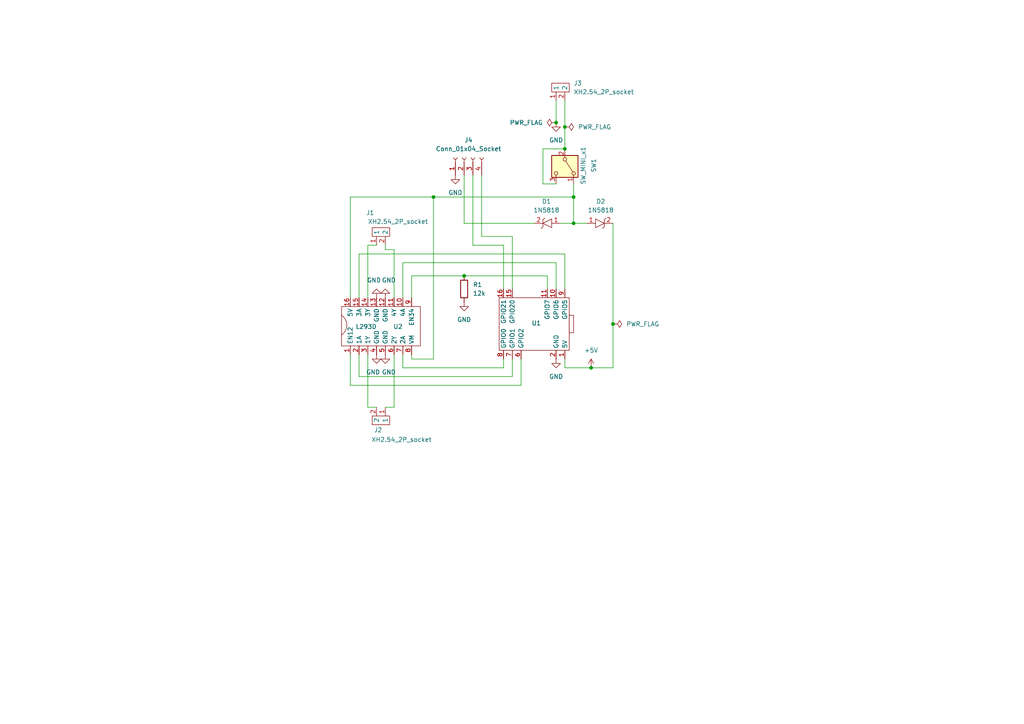
<source format=kicad_sch>
(kicad_sch
	(version 20250114)
	(generator "eeschema")
	(generator_version "9.0")
	(uuid "f5cd1743-68f7-427a-9bbd-0b3fc47f8671")
	(paper "A4")
	(lib_symbols
		(symbol "Connector:Conn_01x04_Socket"
			(pin_names
				(offset 1.016)
				(hide yes)
			)
			(exclude_from_sim no)
			(in_bom yes)
			(on_board yes)
			(property "Reference" "J"
				(at 0 5.08 0)
				(effects
					(font
						(size 1.27 1.27)
					)
				)
			)
			(property "Value" "Conn_01x04_Socket"
				(at 0 -7.62 0)
				(effects
					(font
						(size 1.27 1.27)
					)
				)
			)
			(property "Footprint" ""
				(at 0 0 0)
				(effects
					(font
						(size 1.27 1.27)
					)
					(hide yes)
				)
			)
			(property "Datasheet" "~"
				(at 0 0 0)
				(effects
					(font
						(size 1.27 1.27)
					)
					(hide yes)
				)
			)
			(property "Description" "Generic connector, single row, 01x04, script generated"
				(at 0 0 0)
				(effects
					(font
						(size 1.27 1.27)
					)
					(hide yes)
				)
			)
			(property "ki_locked" ""
				(at 0 0 0)
				(effects
					(font
						(size 1.27 1.27)
					)
				)
			)
			(property "ki_keywords" "connector"
				(at 0 0 0)
				(effects
					(font
						(size 1.27 1.27)
					)
					(hide yes)
				)
			)
			(property "ki_fp_filters" "Connector*:*_1x??_*"
				(at 0 0 0)
				(effects
					(font
						(size 1.27 1.27)
					)
					(hide yes)
				)
			)
			(symbol "Conn_01x04_Socket_1_1"
				(polyline
					(pts
						(xy -1.27 2.54) (xy -0.508 2.54)
					)
					(stroke
						(width 0.1524)
						(type default)
					)
					(fill
						(type none)
					)
				)
				(polyline
					(pts
						(xy -1.27 0) (xy -0.508 0)
					)
					(stroke
						(width 0.1524)
						(type default)
					)
					(fill
						(type none)
					)
				)
				(polyline
					(pts
						(xy -1.27 -2.54) (xy -0.508 -2.54)
					)
					(stroke
						(width 0.1524)
						(type default)
					)
					(fill
						(type none)
					)
				)
				(polyline
					(pts
						(xy -1.27 -5.08) (xy -0.508 -5.08)
					)
					(stroke
						(width 0.1524)
						(type default)
					)
					(fill
						(type none)
					)
				)
				(arc
					(start 0 2.032)
					(mid -0.5058 2.54)
					(end 0 3.048)
					(stroke
						(width 0.1524)
						(type default)
					)
					(fill
						(type none)
					)
				)
				(arc
					(start 0 -0.508)
					(mid -0.5058 0)
					(end 0 0.508)
					(stroke
						(width 0.1524)
						(type default)
					)
					(fill
						(type none)
					)
				)
				(arc
					(start 0 -3.048)
					(mid -0.5058 -2.54)
					(end 0 -2.032)
					(stroke
						(width 0.1524)
						(type default)
					)
					(fill
						(type none)
					)
				)
				(arc
					(start 0 -5.588)
					(mid -0.5058 -5.08)
					(end 0 -4.572)
					(stroke
						(width 0.1524)
						(type default)
					)
					(fill
						(type none)
					)
				)
				(pin passive line
					(at -5.08 2.54 0)
					(length 3.81)
					(name "Pin_1"
						(effects
							(font
								(size 1.27 1.27)
							)
						)
					)
					(number "1"
						(effects
							(font
								(size 1.27 1.27)
							)
						)
					)
				)
				(pin passive line
					(at -5.08 0 0)
					(length 3.81)
					(name "Pin_2"
						(effects
							(font
								(size 1.27 1.27)
							)
						)
					)
					(number "2"
						(effects
							(font
								(size 1.27 1.27)
							)
						)
					)
				)
				(pin passive line
					(at -5.08 -2.54 0)
					(length 3.81)
					(name "Pin_3"
						(effects
							(font
								(size 1.27 1.27)
							)
						)
					)
					(number "3"
						(effects
							(font
								(size 1.27 1.27)
							)
						)
					)
				)
				(pin passive line
					(at -5.08 -5.08 0)
					(length 3.81)
					(name "Pin_4"
						(effects
							(font
								(size 1.27 1.27)
							)
						)
					)
					(number "4"
						(effects
							(font
								(size 1.27 1.27)
							)
						)
					)
				)
			)
			(embedded_fonts no)
		)
		(symbol "Device:R"
			(pin_numbers
				(hide yes)
			)
			(pin_names
				(offset 0)
			)
			(exclude_from_sim no)
			(in_bom yes)
			(on_board yes)
			(property "Reference" "R"
				(at 2.032 0 90)
				(effects
					(font
						(size 1.27 1.27)
					)
				)
			)
			(property "Value" "R"
				(at 0 0 90)
				(effects
					(font
						(size 1.27 1.27)
					)
				)
			)
			(property "Footprint" ""
				(at -1.778 0 90)
				(effects
					(font
						(size 1.27 1.27)
					)
					(hide yes)
				)
			)
			(property "Datasheet" "~"
				(at 0 0 0)
				(effects
					(font
						(size 1.27 1.27)
					)
					(hide yes)
				)
			)
			(property "Description" "Resistor"
				(at 0 0 0)
				(effects
					(font
						(size 1.27 1.27)
					)
					(hide yes)
				)
			)
			(property "ki_keywords" "R res resistor"
				(at 0 0 0)
				(effects
					(font
						(size 1.27 1.27)
					)
					(hide yes)
				)
			)
			(property "ki_fp_filters" "R_*"
				(at 0 0 0)
				(effects
					(font
						(size 1.27 1.27)
					)
					(hide yes)
				)
			)
			(symbol "R_0_1"
				(rectangle
					(start -1.016 -2.54)
					(end 1.016 2.54)
					(stroke
						(width 0.254)
						(type default)
					)
					(fill
						(type none)
					)
				)
			)
			(symbol "R_1_1"
				(pin passive line
					(at 0 3.81 270)
					(length 1.27)
					(name "~"
						(effects
							(font
								(size 1.27 1.27)
							)
						)
					)
					(number "1"
						(effects
							(font
								(size 1.27 1.27)
							)
						)
					)
				)
				(pin passive line
					(at 0 -3.81 90)
					(length 1.27)
					(name "~"
						(effects
							(font
								(size 1.27 1.27)
							)
						)
					)
					(number "2"
						(effects
							(font
								(size 1.27 1.27)
							)
						)
					)
				)
			)
			(embedded_fonts no)
		)
		(symbol "Gilles_Library:1N5818"
			(exclude_from_sim no)
			(in_bom yes)
			(on_board yes)
			(property "Reference" "D"
				(at 2.286 1.016 0)
				(effects
					(font
						(size 1.27 1.27)
					)
				)
			)
			(property "Value" "1N5818"
				(at 4.064 3.81 0)
				(effects
					(font
						(size 1.27 1.27)
					)
				)
			)
			(property "Footprint" "Gilles_Library:1N5818"
				(at 3.302 -10.16 0)
				(effects
					(font
						(size 1.27 1.27)
					)
					(hide yes)
				)
			)
			(property "Datasheet" ""
				(at 0 0 0)
				(effects
					(font
						(size 1.27 1.27)
					)
					(hide yes)
				)
			)
			(property "Description" ""
				(at 0 0 0)
				(effects
					(font
						(size 1.27 1.27)
					)
					(hide yes)
				)
			)
			(property "ki_keywords" "diode schottky"
				(at 0 0 0)
				(effects
					(font
						(size 1.27 1.27)
					)
					(hide yes)
				)
			)
			(symbol "1N5818_0_1"
				(polyline
					(pts
						(xy -1.524 3.048) (xy -1.016 2.54) (xy 1.016 2.54) (xy 1.524 2.032)
					)
					(stroke
						(width 0)
						(type default)
					)
					(fill
						(type none)
					)
				)
				(polyline
					(pts
						(xy 0 2.54) (xy -1.27 0) (xy 1.27 0) (xy 0 2.54)
					)
					(stroke
						(width 0)
						(type default)
					)
					(fill
						(type none)
					)
				)
			)
			(symbol "1N5818_1_1"
				(pin passive line
					(at 0 5.08 270)
					(length 2.54)
					(name ""
						(effects
							(font
								(size 1.27 1.27)
							)
						)
					)
					(number "2"
						(effects
							(font
								(size 1.27 1.27)
							)
						)
					)
				)
				(pin passive line
					(at 0 -2.54 90)
					(length 2.54)
					(name ""
						(effects
							(font
								(size 1.27 1.27)
							)
						)
					)
					(number "1"
						(effects
							(font
								(size 1.27 1.27)
							)
						)
					)
				)
			)
			(embedded_fonts no)
		)
		(symbol "Gilles_Library:L293D"
			(exclude_from_sim no)
			(in_bom yes)
			(on_board yes)
			(property "Reference" "U"
				(at -5.334 15.494 0)
				(effects
					(font
						(size 1.27 1.27)
					)
				)
			)
			(property "Value" "L293D"
				(at -0.508 2.032 90)
				(effects
					(font
						(size 1.27 1.27)
					)
				)
			)
			(property "Footprint" "Gilles_Library:L293D"
				(at -1.27 -10.414 0)
				(effects
					(font
						(size 1.27 1.27)
					)
					(hide yes)
				)
			)
			(property "Datasheet" ""
				(at 0 0 0)
				(effects
					(font
						(size 1.27 1.27)
					)
					(hide yes)
				)
			)
			(property "Description" ""
				(at 0 0 0)
				(effects
					(font
						(size 1.27 1.27)
					)
					(hide yes)
				)
			)
			(symbol "L293D_0_1"
				(rectangle
					(start -6.35 13.97)
					(end 5.08 -8.89)
					(stroke
						(width 0)
						(type default)
					)
					(fill
						(type none)
					)
				)
				(arc
					(start 2.54 13.97)
					(mid -0.3175 12.449)
					(end -3.175 13.97)
					(stroke
						(width 0)
						(type default)
					)
					(fill
						(type none)
					)
				)
			)
			(symbol "L293D_1_1"
				(pin input line
					(at -8.89 11.43 0)
					(length 2.54)
					(name "EN12"
						(effects
							(font
								(size 1.27 1.27)
							)
						)
					)
					(number "1"
						(effects
							(font
								(size 1.27 1.27)
							)
						)
					)
				)
				(pin input line
					(at -8.89 8.89 0)
					(length 2.54)
					(name "1A"
						(effects
							(font
								(size 1.27 1.27)
							)
						)
					)
					(number "2"
						(effects
							(font
								(size 1.27 1.27)
							)
						)
					)
				)
				(pin output line
					(at -8.89 6.35 0)
					(length 2.54)
					(name "1Y"
						(effects
							(font
								(size 1.27 1.27)
							)
						)
					)
					(number "3"
						(effects
							(font
								(size 1.27 1.27)
							)
						)
					)
				)
				(pin power_in line
					(at -8.89 3.81 0)
					(length 2.54)
					(name "GND"
						(effects
							(font
								(size 1.27 1.27)
							)
						)
					)
					(number "4"
						(effects
							(font
								(size 1.27 1.27)
							)
						)
					)
				)
				(pin power_in line
					(at -8.89 1.27 0)
					(length 2.54)
					(name "GND"
						(effects
							(font
								(size 1.27 1.27)
							)
						)
					)
					(number "5"
						(effects
							(font
								(size 1.27 1.27)
							)
						)
					)
				)
				(pin output line
					(at -8.89 -1.27 0)
					(length 2.54)
					(name "2Y"
						(effects
							(font
								(size 1.27 1.27)
							)
						)
					)
					(number "6"
						(effects
							(font
								(size 1.27 1.27)
							)
						)
					)
				)
				(pin input line
					(at -8.89 -3.81 0)
					(length 2.54)
					(name "2A"
						(effects
							(font
								(size 1.27 1.27)
							)
						)
					)
					(number "7"
						(effects
							(font
								(size 1.27 1.27)
							)
						)
					)
				)
				(pin power_out line
					(at -8.89 -6.35 0)
					(length 2.54)
					(name "VM"
						(effects
							(font
								(size 1.27 1.27)
							)
						)
					)
					(number "8"
						(effects
							(font
								(size 1.27 1.27)
							)
						)
					)
				)
				(pin power_in line
					(at 7.62 11.43 180)
					(length 2.54)
					(name "5V"
						(effects
							(font
								(size 1.27 1.27)
							)
						)
					)
					(number "16"
						(effects
							(font
								(size 1.27 1.27)
							)
						)
					)
				)
				(pin input line
					(at 7.62 8.89 180)
					(length 2.54)
					(name "3A"
						(effects
							(font
								(size 1.27 1.27)
							)
						)
					)
					(number "15"
						(effects
							(font
								(size 1.27 1.27)
							)
						)
					)
				)
				(pin output line
					(at 7.62 6.35 180)
					(length 2.54)
					(name "3Y"
						(effects
							(font
								(size 1.27 1.27)
							)
						)
					)
					(number "14"
						(effects
							(font
								(size 1.27 1.27)
							)
						)
					)
				)
				(pin power_in line
					(at 7.62 3.81 180)
					(length 2.54)
					(name "GND"
						(effects
							(font
								(size 1.27 1.27)
							)
						)
					)
					(number "13"
						(effects
							(font
								(size 1.27 1.27)
							)
						)
					)
				)
				(pin power_in line
					(at 7.62 1.27 180)
					(length 2.54)
					(name "GND"
						(effects
							(font
								(size 1.27 1.27)
							)
						)
					)
					(number "12"
						(effects
							(font
								(size 1.27 1.27)
							)
						)
					)
				)
				(pin output line
					(at 7.62 -1.27 180)
					(length 2.54)
					(name "4Y"
						(effects
							(font
								(size 1.27 1.27)
							)
						)
					)
					(number "11"
						(effects
							(font
								(size 1.27 1.27)
							)
						)
					)
				)
				(pin input line
					(at 7.62 -3.81 180)
					(length 2.54)
					(name "4A"
						(effects
							(font
								(size 1.27 1.27)
							)
						)
					)
					(number "10"
						(effects
							(font
								(size 1.27 1.27)
							)
						)
					)
				)
				(pin input line
					(at 7.62 -6.35 180)
					(length 2.54)
					(name "EN34"
						(effects
							(font
								(size 1.27 1.27)
							)
						)
					)
					(number "9"
						(effects
							(font
								(size 1.27 1.27)
							)
						)
					)
				)
			)
			(embedded_fonts no)
		)
		(symbol "Gilles_Library:SW_MINI_X1"
			(pin_names
				(offset 0)
				(hide yes)
			)
			(exclude_from_sim no)
			(in_bom yes)
			(on_board yes)
			(property "Reference" "SW"
				(at -2.54 7.874 0)
				(effects
					(font
						(size 1.27 1.27)
					)
				)
			)
			(property "Value" "SW_MINI_x1"
				(at 1.524 5.588 0)
				(effects
					(font
						(size 1.27 1.27)
					)
				)
			)
			(property "Footprint" "Gilles_Library:SW_MINI_X1"
				(at 1.27 -5.842 0)
				(effects
					(font
						(size 1.27 1.27)
					)
					(hide yes)
				)
			)
			(property "Datasheet" "~"
				(at 0 0 0)
				(effects
					(font
						(size 1.27 1.27)
					)
					(hide yes)
				)
			)
			(property "Description" ""
				(at 0 0 0)
				(effects
					(font
						(size 1.27 1.27)
					)
					(hide yes)
				)
			)
			(property "ki_keywords" "switch mini x1"
				(at 0 0 0)
				(effects
					(font
						(size 1.27 1.27)
					)
					(hide yes)
				)
			)
			(property "ki_fp_filters" "SW*DPDT*"
				(at 0 0 0)
				(effects
					(font
						(size 1.27 1.27)
					)
					(hide yes)
				)
			)
			(symbol "SW_MINI_X1_0_0"
				(circle
					(center -2.032 0)
					(radius 0.508)
					(stroke
						(width 0)
						(type default)
					)
					(fill
						(type none)
					)
				)
				(circle
					(center 2.032 -2.54)
					(radius 0.508)
					(stroke
						(width 0)
						(type default)
					)
					(fill
						(type none)
					)
				)
			)
			(symbol "SW_MINI_X1_0_1"
				(rectangle
					(start -3.175 3.81)
					(end 3.175 -3.81)
					(stroke
						(width 0.254)
						(type default)
					)
					(fill
						(type background)
					)
				)
				(polyline
					(pts
						(xy -1.524 0.254) (xy 1.5748 2.286)
					)
					(stroke
						(width 0)
						(type default)
					)
					(fill
						(type none)
					)
				)
				(circle
					(center 2.032 2.54)
					(radius 0.508)
					(stroke
						(width 0)
						(type default)
					)
					(fill
						(type none)
					)
				)
			)
			(symbol "SW_MINI_X1_1_1"
				(pin passive line
					(at -5.08 0 0)
					(length 2.54)
					(name "B"
						(effects
							(font
								(size 1.27 1.27)
							)
						)
					)
					(number "2"
						(effects
							(font
								(size 1.27 1.27)
							)
						)
					)
				)
				(pin passive line
					(at 5.08 2.54 180)
					(length 2.54)
					(name "A"
						(effects
							(font
								(size 1.27 1.27)
							)
						)
					)
					(number "1"
						(effects
							(font
								(size 1.27 1.27)
							)
						)
					)
				)
				(pin passive line
					(at 5.08 -2.54 180)
					(length 2.54)
					(name "C"
						(effects
							(font
								(size 1.27 1.27)
							)
						)
					)
					(number "3"
						(effects
							(font
								(size 1.27 1.27)
							)
						)
					)
				)
			)
			(embedded_fonts no)
		)
		(symbol "Gilles_Library:XH2.54_2P_socket"
			(exclude_from_sim no)
			(in_bom yes)
			(on_board yes)
			(property "Reference" "J"
				(at 0 0 0)
				(effects
					(font
						(size 1.27 1.27)
					)
				)
			)
			(property "Value" "XH2.54_2P_socket"
				(at 0 4.064 0)
				(effects
					(font
						(size 1.27 1.27)
					)
				)
			)
			(property "Footprint" "Gilles_Library:XH2.54_2P_socket"
				(at 0.254 -4.064 0)
				(effects
					(font
						(size 1.27 1.27)
					)
					(hide yes)
				)
			)
			(property "Datasheet" ""
				(at 0 0 0)
				(effects
					(font
						(size 1.27 1.27)
					)
					(hide yes)
				)
			)
			(property "Description" ""
				(at 0 0 0)
				(effects
					(font
						(size 1.27 1.27)
					)
					(hide yes)
				)
			)
			(symbol "XH2.54_2P_socket_0_1"
				(rectangle
					(start -2.54 2.54)
					(end 0 -2.54)
					(stroke
						(width 0)
						(type default)
					)
					(fill
						(type none)
					)
				)
			)
			(symbol "XH2.54_2P_socket_1_1"
				(pin passive line
					(at 2.54 1.27 180)
					(length 2.54)
					(name "2"
						(effects
							(font
								(size 1.27 1.27)
							)
						)
					)
					(number "2"
						(effects
							(font
								(size 1.27 1.27)
							)
						)
					)
				)
				(pin passive line
					(at 2.54 -1.27 180)
					(length 2.54)
					(name "1"
						(effects
							(font
								(size 1.27 1.27)
							)
						)
					)
					(number "1"
						(effects
							(font
								(size 1.27 1.27)
							)
						)
					)
				)
			)
			(embedded_fonts no)
		)
		(symbol "power:+5V"
			(power)
			(pin_numbers
				(hide yes)
			)
			(pin_names
				(offset 0)
				(hide yes)
			)
			(exclude_from_sim no)
			(in_bom yes)
			(on_board yes)
			(property "Reference" "#PWR"
				(at 0 -3.81 0)
				(effects
					(font
						(size 1.27 1.27)
					)
					(hide yes)
				)
			)
			(property "Value" "+5V"
				(at 0 3.556 0)
				(effects
					(font
						(size 1.27 1.27)
					)
				)
			)
			(property "Footprint" ""
				(at 0 0 0)
				(effects
					(font
						(size 1.27 1.27)
					)
					(hide yes)
				)
			)
			(property "Datasheet" ""
				(at 0 0 0)
				(effects
					(font
						(size 1.27 1.27)
					)
					(hide yes)
				)
			)
			(property "Description" "Power symbol creates a global label with name \"+5V\""
				(at 0 0 0)
				(effects
					(font
						(size 1.27 1.27)
					)
					(hide yes)
				)
			)
			(property "ki_keywords" "global power"
				(at 0 0 0)
				(effects
					(font
						(size 1.27 1.27)
					)
					(hide yes)
				)
			)
			(symbol "+5V_0_1"
				(polyline
					(pts
						(xy -0.762 1.27) (xy 0 2.54)
					)
					(stroke
						(width 0)
						(type default)
					)
					(fill
						(type none)
					)
				)
				(polyline
					(pts
						(xy 0 2.54) (xy 0.762 1.27)
					)
					(stroke
						(width 0)
						(type default)
					)
					(fill
						(type none)
					)
				)
				(polyline
					(pts
						(xy 0 0) (xy 0 2.54)
					)
					(stroke
						(width 0)
						(type default)
					)
					(fill
						(type none)
					)
				)
			)
			(symbol "+5V_1_1"
				(pin power_in line
					(at 0 0 90)
					(length 0)
					(name "~"
						(effects
							(font
								(size 1.27 1.27)
							)
						)
					)
					(number "1"
						(effects
							(font
								(size 1.27 1.27)
							)
						)
					)
				)
			)
			(embedded_fonts no)
		)
		(symbol "power:GND"
			(power)
			(pin_numbers
				(hide yes)
			)
			(pin_names
				(offset 0)
				(hide yes)
			)
			(exclude_from_sim no)
			(in_bom yes)
			(on_board yes)
			(property "Reference" "#PWR"
				(at 0 -6.35 0)
				(effects
					(font
						(size 1.27 1.27)
					)
					(hide yes)
				)
			)
			(property "Value" "GND"
				(at 0 -3.81 0)
				(effects
					(font
						(size 1.27 1.27)
					)
				)
			)
			(property "Footprint" ""
				(at 0 0 0)
				(effects
					(font
						(size 1.27 1.27)
					)
					(hide yes)
				)
			)
			(property "Datasheet" ""
				(at 0 0 0)
				(effects
					(font
						(size 1.27 1.27)
					)
					(hide yes)
				)
			)
			(property "Description" "Power symbol creates a global label with name \"GND\" , ground"
				(at 0 0 0)
				(effects
					(font
						(size 1.27 1.27)
					)
					(hide yes)
				)
			)
			(property "ki_keywords" "global power"
				(at 0 0 0)
				(effects
					(font
						(size 1.27 1.27)
					)
					(hide yes)
				)
			)
			(symbol "GND_0_1"
				(polyline
					(pts
						(xy 0 0) (xy 0 -1.27) (xy 1.27 -1.27) (xy 0 -2.54) (xy -1.27 -1.27) (xy 0 -1.27)
					)
					(stroke
						(width 0)
						(type default)
					)
					(fill
						(type none)
					)
				)
			)
			(symbol "GND_1_1"
				(pin power_in line
					(at 0 0 270)
					(length 0)
					(name "~"
						(effects
							(font
								(size 1.27 1.27)
							)
						)
					)
					(number "1"
						(effects
							(font
								(size 1.27 1.27)
							)
						)
					)
				)
			)
			(embedded_fonts no)
		)
		(symbol "power:PWR_FLAG"
			(power)
			(pin_numbers
				(hide yes)
			)
			(pin_names
				(offset 0)
				(hide yes)
			)
			(exclude_from_sim no)
			(in_bom yes)
			(on_board yes)
			(property "Reference" "#FLG"
				(at 0 1.905 0)
				(effects
					(font
						(size 1.27 1.27)
					)
					(hide yes)
				)
			)
			(property "Value" "PWR_FLAG"
				(at 0 3.81 0)
				(effects
					(font
						(size 1.27 1.27)
					)
				)
			)
			(property "Footprint" ""
				(at 0 0 0)
				(effects
					(font
						(size 1.27 1.27)
					)
					(hide yes)
				)
			)
			(property "Datasheet" "~"
				(at 0 0 0)
				(effects
					(font
						(size 1.27 1.27)
					)
					(hide yes)
				)
			)
			(property "Description" "Special symbol for telling ERC where power comes from"
				(at 0 0 0)
				(effects
					(font
						(size 1.27 1.27)
					)
					(hide yes)
				)
			)
			(property "ki_keywords" "flag power"
				(at 0 0 0)
				(effects
					(font
						(size 1.27 1.27)
					)
					(hide yes)
				)
			)
			(symbol "PWR_FLAG_0_0"
				(pin power_out line
					(at 0 0 90)
					(length 0)
					(name "~"
						(effects
							(font
								(size 1.27 1.27)
							)
						)
					)
					(number "1"
						(effects
							(font
								(size 1.27 1.27)
							)
						)
					)
				)
			)
			(symbol "PWR_FLAG_0_1"
				(polyline
					(pts
						(xy 0 0) (xy 0 1.27) (xy -1.016 1.905) (xy 0 2.54) (xy 1.016 1.905) (xy 0 1.27)
					)
					(stroke
						(width 0)
						(type default)
					)
					(fill
						(type none)
					)
				)
			)
			(embedded_fonts no)
		)
		(symbol "robot_Library:ESP32-C3_MINI"
			(exclude_from_sim no)
			(in_bom yes)
			(on_board yes)
			(property "Reference" "U"
				(at -7.874 15.24 0)
				(effects
					(font
						(size 1.27 1.27)
					)
				)
			)
			(property "Value" "ESP32-C3_SUPERMINI"
				(at 2.032 12.7 0)
				(effects
					(font
						(size 1.27 1.27)
					)
				)
			)
			(property "Footprint" "robot:ESP32-C3_SUPERMINI"
				(at 3.302 -12.446 0)
				(effects
					(font
						(size 1.27 1.27)
					)
					(hide yes)
				)
			)
			(property "Datasheet" ""
				(at -5.842 12.954 0)
				(effects
					(font
						(size 1.27 1.27)
					)
					(hide yes)
				)
			)
			(property "Description" ""
				(at -5.842 12.954 0)
				(effects
					(font
						(size 1.27 1.27)
					)
					(hide yes)
				)
			)
			(symbol "ESP32-C3_MINI_0_1"
				(rectangle
					(start -7.62 10.16)
					(end 7.62 -10.16)
					(stroke
						(width 0)
						(type default)
					)
					(fill
						(type none)
					)
				)
				(rectangle
					(start -2.54 10.16)
					(end 2.54 11.43)
					(stroke
						(width 0)
						(type default)
					)
					(fill
						(type none)
					)
				)
			)
			(symbol "ESP32-C3_MINI_1_1"
				(pin bidirectional line
					(at -10.16 8.89 0)
					(length 2.54)
					(name "GPIO5"
						(effects
							(font
								(size 1.27 1.27)
							)
						)
					)
					(number "9"
						(effects
							(font
								(size 1.27 1.27)
							)
						)
					)
				)
				(pin bidirectional line
					(at -10.16 6.35 0)
					(length 2.54)
					(name "GPIO6"
						(effects
							(font
								(size 1.27 1.27)
							)
						)
					)
					(number "10"
						(effects
							(font
								(size 1.27 1.27)
							)
						)
					)
				)
				(pin bidirectional line
					(at -10.16 3.81 0)
					(length 2.54)
					(name "GPIO7"
						(effects
							(font
								(size 1.27 1.27)
							)
						)
					)
					(number "11"
						(effects
							(font
								(size 1.27 1.27)
							)
						)
					)
				)
				(pin bidirectional line
					(at -10.16 -6.35 0)
					(length 2.54)
					(name "GPIO20"
						(effects
							(font
								(size 1.27 1.27)
							)
						)
					)
					(number "15"
						(effects
							(font
								(size 1.27 1.27)
							)
						)
					)
				)
				(pin bidirectional line
					(at -10.16 -8.89 0)
					(length 2.54)
					(name "GPIO21"
						(effects
							(font
								(size 1.27 1.27)
							)
						)
					)
					(number "16"
						(effects
							(font
								(size 1.27 1.27)
							)
						)
					)
				)
				(pin power_in line
					(at 10.16 8.89 180)
					(length 2.54)
					(name "5V"
						(effects
							(font
								(size 1.27 1.27)
							)
						)
					)
					(number "1"
						(effects
							(font
								(size 1.27 1.27)
							)
						)
					)
				)
				(pin power_in line
					(at 10.16 6.35 180)
					(length 2.54)
					(name "GND"
						(effects
							(font
								(size 1.27 1.27)
							)
						)
					)
					(number "2"
						(effects
							(font
								(size 1.27 1.27)
							)
						)
					)
				)
				(pin bidirectional line
					(at 10.16 -3.81 180)
					(length 2.54)
					(name "GPIO2"
						(effects
							(font
								(size 1.27 1.27)
							)
						)
					)
					(number "6"
						(effects
							(font
								(size 1.27 1.27)
							)
						)
					)
				)
				(pin bidirectional line
					(at 10.16 -6.35 180)
					(length 2.54)
					(name "GPIO1"
						(effects
							(font
								(size 1.27 1.27)
							)
						)
					)
					(number "7"
						(effects
							(font
								(size 1.27 1.27)
							)
						)
					)
				)
				(pin bidirectional line
					(at 10.16 -8.89 180)
					(length 2.54)
					(name "GPIO0"
						(effects
							(font
								(size 1.27 1.27)
							)
						)
					)
					(number "8"
						(effects
							(font
								(size 1.27 1.27)
							)
						)
					)
				)
			)
			(embedded_fonts no)
		)
	)
	(junction
		(at 166.37 57.15)
		(diameter 0)
		(color 0 0 0 0)
		(uuid "5b4aa3ad-285f-425b-9fc7-bfdde1326dd5")
	)
	(junction
		(at 171.45 106.68)
		(diameter 0)
		(color 0 0 0 0)
		(uuid "8906b337-d679-4dc3-993b-a5b3bf6654b7")
	)
	(junction
		(at 125.73 57.15)
		(diameter 0)
		(color 0 0 0 0)
		(uuid "961d1edb-091a-40f7-a8d9-6afdb17c2905")
	)
	(junction
		(at 134.62 80.01)
		(diameter 0)
		(color 0 0 0 0)
		(uuid "a2f08bbf-8708-4284-9882-1523af1d4a1e")
	)
	(junction
		(at 161.29 35.56)
		(diameter 0)
		(color 0 0 0 0)
		(uuid "a30d409d-6014-454b-9149-d4dc8c285547")
	)
	(junction
		(at 163.83 43.18)
		(diameter 0)
		(color 0 0 0 0)
		(uuid "b11cfbba-cb6d-4fcc-a33e-23061ea244eb")
	)
	(junction
		(at 163.83 36.83)
		(diameter 0)
		(color 0 0 0 0)
		(uuid "bf5f5e49-2f46-43ff-a427-070b73519315")
	)
	(junction
		(at 166.37 64.77)
		(diameter 0)
		(color 0 0 0 0)
		(uuid "cc3c6890-1a4a-4384-9b8f-680c29f5ad46")
	)
	(junction
		(at 177.8 93.98)
		(diameter 0)
		(color 0 0 0 0)
		(uuid "cc66f275-56e2-4a5d-ba8c-0b18323c8a3c")
	)
	(wire
		(pts
			(xy 114.3 102.87) (xy 114.3 118.11)
		)
		(stroke
			(width 0)
			(type default)
		)
		(uuid "0fae96e8-fd36-4085-a5ae-56e89d420024")
	)
	(wire
		(pts
			(xy 163.83 83.82) (xy 163.83 73.66)
		)
		(stroke
			(width 0)
			(type default)
		)
		(uuid "113da3b3-19ef-44b5-9e3d-b7c619bd1908")
	)
	(wire
		(pts
			(xy 177.8 64.77) (xy 177.8 93.98)
		)
		(stroke
			(width 0)
			(type default)
		)
		(uuid "1a82976c-466c-4238-ad88-df84877c18a6")
	)
	(wire
		(pts
			(xy 177.8 93.98) (xy 177.8 106.68)
		)
		(stroke
			(width 0)
			(type default)
		)
		(uuid "1efba84e-7b40-4861-aa1e-58cc94969734")
	)
	(wire
		(pts
			(xy 119.38 104.14) (xy 119.38 102.87)
		)
		(stroke
			(width 0)
			(type default)
		)
		(uuid "26502e40-09a3-4437-84d8-288a52cce5fb")
	)
	(wire
		(pts
			(xy 125.73 104.14) (xy 119.38 104.14)
		)
		(stroke
			(width 0)
			(type default)
		)
		(uuid "2bf3624d-222a-4d0b-b615-933f24f878b8")
	)
	(wire
		(pts
			(xy 137.16 71.12) (xy 146.05 71.12)
		)
		(stroke
			(width 0)
			(type default)
		)
		(uuid "2f2c3085-3082-46e7-bbbb-5f679be94136")
	)
	(wire
		(pts
			(xy 171.45 106.68) (xy 163.83 106.68)
		)
		(stroke
			(width 0)
			(type default)
		)
		(uuid "3148f6b3-f759-4b6c-a9ac-84bce0400808")
	)
	(wire
		(pts
			(xy 111.76 72.39) (xy 114.3 72.39)
		)
		(stroke
			(width 0)
			(type default)
		)
		(uuid "32e4a0d1-c1e3-4875-ae9e-1cf4fb55e84c")
	)
	(wire
		(pts
			(xy 111.76 72.39) (xy 111.76 71.12)
		)
		(stroke
			(width 0)
			(type default)
		)
		(uuid "336b66c0-b205-4b1d-8128-5ca9c0f08225")
	)
	(wire
		(pts
			(xy 166.37 53.34) (xy 166.37 57.15)
		)
		(stroke
			(width 0)
			(type default)
		)
		(uuid "3777c1ce-27e8-4868-a901-36cdf2b4c14e")
	)
	(wire
		(pts
			(xy 119.38 80.01) (xy 134.62 80.01)
		)
		(stroke
			(width 0)
			(type default)
		)
		(uuid "393163c5-cf70-4e36-9a80-32c3bd562c72")
	)
	(wire
		(pts
			(xy 109.22 118.11) (xy 106.68 118.11)
		)
		(stroke
			(width 0)
			(type default)
		)
		(uuid "39563ad6-db75-40a1-bcc0-b808af4c4f4c")
	)
	(wire
		(pts
			(xy 166.37 57.15) (xy 125.73 57.15)
		)
		(stroke
			(width 0)
			(type default)
		)
		(uuid "3a56b0e1-10be-47fc-b1bf-7a928e86a5af")
	)
	(wire
		(pts
			(xy 104.14 73.66) (xy 104.14 86.36)
		)
		(stroke
			(width 0)
			(type default)
		)
		(uuid "3c3ed908-4217-4588-9cdb-37d5839b1d44")
	)
	(wire
		(pts
			(xy 116.84 76.2) (xy 116.84 86.36)
		)
		(stroke
			(width 0)
			(type default)
		)
		(uuid "3f23013c-8a3c-409c-9a7a-32d5e7ed22c7")
	)
	(wire
		(pts
			(xy 166.37 64.77) (xy 170.18 64.77)
		)
		(stroke
			(width 0)
			(type default)
		)
		(uuid "43c1462e-fdce-4708-8391-4f2746fe641e")
	)
	(wire
		(pts
			(xy 161.29 83.82) (xy 161.29 76.2)
		)
		(stroke
			(width 0)
			(type default)
		)
		(uuid "48e1274d-fbc8-468e-9177-e0c95110787d")
	)
	(wire
		(pts
			(xy 157.48 43.18) (xy 163.83 43.18)
		)
		(stroke
			(width 0)
			(type default)
		)
		(uuid "4943578d-f6b3-48df-91f9-6dd419f1a95f")
	)
	(wire
		(pts
			(xy 116.84 76.2) (xy 161.29 76.2)
		)
		(stroke
			(width 0)
			(type default)
		)
		(uuid "4dd0ac8a-7fb2-4210-9a14-6566b872840a")
	)
	(wire
		(pts
			(xy 114.3 72.39) (xy 114.3 86.36)
		)
		(stroke
			(width 0)
			(type default)
		)
		(uuid "4e938654-c7bf-4e71-996a-a71d5b129106")
	)
	(wire
		(pts
			(xy 125.73 57.15) (xy 125.73 104.14)
		)
		(stroke
			(width 0)
			(type default)
		)
		(uuid "5a53b818-0db2-4957-a707-0a01ffdec969")
	)
	(wire
		(pts
			(xy 116.84 102.87) (xy 116.84 106.68)
		)
		(stroke
			(width 0)
			(type default)
		)
		(uuid "5bbd90bf-4c40-405f-a21f-e1ef5b1d8481")
	)
	(wire
		(pts
			(xy 161.29 53.34) (xy 157.48 53.34)
		)
		(stroke
			(width 0)
			(type default)
		)
		(uuid "61e4eb2c-028c-40b1-b76a-bc20ad3705e7")
	)
	(wire
		(pts
			(xy 134.62 64.77) (xy 154.94 64.77)
		)
		(stroke
			(width 0)
			(type default)
		)
		(uuid "62790220-a7b2-4d9b-940d-d9171830af57")
	)
	(wire
		(pts
			(xy 104.14 102.87) (xy 104.14 109.22)
		)
		(stroke
			(width 0)
			(type default)
		)
		(uuid "696755f7-d17a-42e0-8fd0-f199cbb350d2")
	)
	(wire
		(pts
			(xy 158.75 83.82) (xy 158.75 80.01)
		)
		(stroke
			(width 0)
			(type default)
		)
		(uuid "6e7005e9-ff4c-4ca7-9ebc-08ea50a1fe19")
	)
	(wire
		(pts
			(xy 139.7 68.58) (xy 148.59 68.58)
		)
		(stroke
			(width 0)
			(type default)
		)
		(uuid "789818f6-ca21-4d64-b046-e98ebd859619")
	)
	(wire
		(pts
			(xy 148.59 68.58) (xy 148.59 83.82)
		)
		(stroke
			(width 0)
			(type default)
		)
		(uuid "7bd65e93-5ab0-4902-85f5-346df32cb5a1")
	)
	(wire
		(pts
			(xy 109.22 71.12) (xy 106.68 71.12)
		)
		(stroke
			(width 0)
			(type default)
		)
		(uuid "8527de84-bd55-4239-b751-1f09d853e20f")
	)
	(wire
		(pts
			(xy 146.05 71.12) (xy 146.05 83.82)
		)
		(stroke
			(width 0)
			(type default)
		)
		(uuid "86adfc8a-8f8c-4c28-ab35-895e41dea3f4")
	)
	(wire
		(pts
			(xy 106.68 102.87) (xy 106.68 118.11)
		)
		(stroke
			(width 0)
			(type default)
		)
		(uuid "8aa90a02-1156-4593-a54d-2215f6c4ffb1")
	)
	(wire
		(pts
			(xy 111.76 118.11) (xy 114.3 118.11)
		)
		(stroke
			(width 0)
			(type default)
		)
		(uuid "8ac7ac25-41da-4033-bcdd-7a6f7b474c27")
	)
	(wire
		(pts
			(xy 161.29 29.21) (xy 161.29 35.56)
		)
		(stroke
			(width 0)
			(type default)
		)
		(uuid "8fa3be77-cbc7-4996-803d-deff5f4052a6")
	)
	(wire
		(pts
			(xy 125.73 57.15) (xy 101.6 57.15)
		)
		(stroke
			(width 0)
			(type default)
		)
		(uuid "95dacb7e-d296-4cab-aedd-a269cbbbabed")
	)
	(wire
		(pts
			(xy 163.83 29.21) (xy 163.83 36.83)
		)
		(stroke
			(width 0)
			(type default)
		)
		(uuid "9ccaac47-0ad5-424c-b01a-0773f3d214ac")
	)
	(wire
		(pts
			(xy 146.05 104.14) (xy 146.05 106.68)
		)
		(stroke
			(width 0)
			(type default)
		)
		(uuid "a0b9d9ad-62b8-46c8-9086-d3a85601aa09")
	)
	(wire
		(pts
			(xy 134.62 50.8) (xy 134.62 64.77)
		)
		(stroke
			(width 0)
			(type default)
		)
		(uuid "a735f3dd-7542-4290-8000-3f61c1f22da5")
	)
	(wire
		(pts
			(xy 106.68 71.12) (xy 106.68 86.36)
		)
		(stroke
			(width 0)
			(type default)
		)
		(uuid "c92c2a40-1ca8-473f-9d57-856b6d50e630")
	)
	(wire
		(pts
			(xy 119.38 80.01) (xy 119.38 86.36)
		)
		(stroke
			(width 0)
			(type default)
		)
		(uuid "c9af5287-f246-4125-9244-607bde91d112")
	)
	(wire
		(pts
			(xy 137.16 50.8) (xy 137.16 71.12)
		)
		(stroke
			(width 0)
			(type default)
		)
		(uuid "cba7e59f-d3be-40cf-8c32-5e299271ba1c")
	)
	(wire
		(pts
			(xy 166.37 57.15) (xy 166.37 64.77)
		)
		(stroke
			(width 0)
			(type default)
		)
		(uuid "cea80197-f866-4929-b884-5f39566bc65d")
	)
	(wire
		(pts
			(xy 148.59 109.22) (xy 104.14 109.22)
		)
		(stroke
			(width 0)
			(type default)
		)
		(uuid "d0ecdf22-53f2-4ba5-a312-21337d68a7f8")
	)
	(wire
		(pts
			(xy 151.13 111.76) (xy 101.6 111.76)
		)
		(stroke
			(width 0)
			(type default)
		)
		(uuid "d3b77692-471e-473a-82da-531f916a92b9")
	)
	(wire
		(pts
			(xy 134.62 80.01) (xy 158.75 80.01)
		)
		(stroke
			(width 0)
			(type default)
		)
		(uuid "d580cacb-eca0-463f-9c92-a9ef75bfe4f6")
	)
	(wire
		(pts
			(xy 101.6 57.15) (xy 101.6 86.36)
		)
		(stroke
			(width 0)
			(type default)
		)
		(uuid "d61dc9b9-e99a-488b-8003-138bdc065b53")
	)
	(wire
		(pts
			(xy 148.59 104.14) (xy 148.59 109.22)
		)
		(stroke
			(width 0)
			(type default)
		)
		(uuid "e02d1105-0b2d-40b6-bb7e-7ad50e74bad2")
	)
	(wire
		(pts
			(xy 162.56 64.77) (xy 166.37 64.77)
		)
		(stroke
			(width 0)
			(type default)
		)
		(uuid "e20de826-5cd8-4d7e-9e23-e52ad8908c67")
	)
	(wire
		(pts
			(xy 163.83 36.83) (xy 163.83 43.18)
		)
		(stroke
			(width 0)
			(type default)
		)
		(uuid "e402df6f-0e4e-4c99-a82a-21907ec0b586")
	)
	(wire
		(pts
			(xy 104.14 73.66) (xy 163.83 73.66)
		)
		(stroke
			(width 0)
			(type default)
		)
		(uuid "eb68ac2e-8192-41b5-99b6-ff4cb49618b8")
	)
	(wire
		(pts
			(xy 101.6 111.76) (xy 101.6 102.87)
		)
		(stroke
			(width 0)
			(type default)
		)
		(uuid "f038e06c-51e4-4b40-979a-834e38aea567")
	)
	(wire
		(pts
			(xy 146.05 106.68) (xy 116.84 106.68)
		)
		(stroke
			(width 0)
			(type default)
		)
		(uuid "f4998a99-cb71-421b-936c-8f92b1cce890")
	)
	(wire
		(pts
			(xy 157.48 53.34) (xy 157.48 43.18)
		)
		(stroke
			(width 0)
			(type default)
		)
		(uuid "f5a500d8-ef00-4939-a397-1afc5b1509a4")
	)
	(wire
		(pts
			(xy 177.8 106.68) (xy 171.45 106.68)
		)
		(stroke
			(width 0)
			(type default)
		)
		(uuid "fa889544-adff-41b3-ac4f-e950476b8c43")
	)
	(wire
		(pts
			(xy 151.13 104.14) (xy 151.13 111.76)
		)
		(stroke
			(width 0)
			(type default)
		)
		(uuid "fdf8d9ec-154e-48f7-aa85-e843e08a636c")
	)
	(wire
		(pts
			(xy 139.7 50.8) (xy 139.7 68.58)
		)
		(stroke
			(width 0)
			(type default)
		)
		(uuid "fe0ac356-b2a2-4593-863b-61f375e29c5c")
	)
	(wire
		(pts
			(xy 163.83 106.68) (xy 163.83 104.14)
		)
		(stroke
			(width 0)
			(type default)
		)
		(uuid "ff037387-4b0d-4d2a-b984-97fb03b7d7b6")
	)
	(symbol
		(lib_id "power:GND")
		(at 134.62 87.63 0)
		(unit 1)
		(exclude_from_sim no)
		(in_bom yes)
		(on_board yes)
		(dnp no)
		(fields_autoplaced yes)
		(uuid "01a504a8-bade-407f-8303-16a687603529")
		(property "Reference" "#PWR04"
			(at 134.62 93.98 0)
			(effects
				(font
					(size 1.27 1.27)
				)
				(hide yes)
			)
		)
		(property "Value" "GND"
			(at 134.62 92.71 0)
			(effects
				(font
					(size 1.27 1.27)
				)
			)
		)
		(property "Footprint" ""
			(at 134.62 87.63 0)
			(effects
				(font
					(size 1.27 1.27)
				)
				(hide yes)
			)
		)
		(property "Datasheet" ""
			(at 134.62 87.63 0)
			(effects
				(font
					(size 1.27 1.27)
				)
				(hide yes)
			)
		)
		(property "Description" "Power symbol creates a global label with name \"GND\" , ground"
			(at 134.62 87.63 0)
			(effects
				(font
					(size 1.27 1.27)
				)
				(hide yes)
			)
		)
		(pin "1"
			(uuid "a072c6a1-34c7-4c5d-835b-820ca0698982")
		)
		(instances
			(project ""
				(path "/f5cd1743-68f7-427a-9bbd-0b3fc47f8671"
					(reference "#PWR04")
					(unit 1)
				)
			)
		)
	)
	(symbol
		(lib_id "robot_Library:ESP32-C3_MINI")
		(at 154.94 93.98 270)
		(unit 1)
		(exclude_from_sim no)
		(in_bom yes)
		(on_board yes)
		(dnp no)
		(uuid "136a98ee-4fbd-4bfe-8aa6-9c5f576d3240")
		(property "Reference" "U1"
			(at 154.178 93.726 90)
			(effects
				(font
					(size 1.27 1.27)
				)
				(justify left)
			)
		)
		(property "Value" "ESP32-C3_SUPERMINI"
			(at 156.718 110.236 90)
			(effects
				(font
					(size 1.27 1.27)
				)
				(justify left)
				(hide yes)
			)
		)
		(property "Footprint" "robot:ESP32-C3_SUPERMINI"
			(at 142.494 97.282 0)
			(effects
				(font
					(size 1.27 1.27)
				)
				(hide yes)
			)
		)
		(property "Datasheet" ""
			(at 167.894 88.138 0)
			(effects
				(font
					(size 1.27 1.27)
				)
				(hide yes)
			)
		)
		(property "Description" ""
			(at 167.894 88.138 0)
			(effects
				(font
					(size 1.27 1.27)
				)
				(hide yes)
			)
		)
		(pin "16"
			(uuid "e97a1d96-8f4e-4061-b02c-020804ae576b")
		)
		(pin "10"
			(uuid "442aa293-a641-4a1c-847c-345786010f5b")
		)
		(pin "11"
			(uuid "339033b5-a9ee-49cf-a0a8-1a092e899aac")
		)
		(pin "8"
			(uuid "b2b2b83a-0514-48c4-bb28-c4c2c86d4976")
		)
		(pin "1"
			(uuid "4d65b091-f013-435d-a4fa-86329b12dd55")
		)
		(pin "9"
			(uuid "ca9e9bd2-7842-47cb-9350-cbf3965f5afd")
		)
		(pin "15"
			(uuid "615bae50-c519-4d05-ae3f-66fab26ecc88")
		)
		(pin "6"
			(uuid "1e1e3ab3-4588-4ac2-988e-c763a057ee49")
		)
		(pin "7"
			(uuid "d2dc12c6-eb36-4ab8-81fb-531b24ce69f0")
		)
		(pin "2"
			(uuid "f95c2396-f9d2-4540-80c2-4c67a77c452b")
		)
		(instances
			(project ""
				(path "/f5cd1743-68f7-427a-9bbd-0b3fc47f8671"
					(reference "U1")
					(unit 1)
				)
			)
		)
	)
	(symbol
		(lib_id "power:GND")
		(at 161.29 104.14 0)
		(unit 1)
		(exclude_from_sim no)
		(in_bom yes)
		(on_board yes)
		(dnp no)
		(fields_autoplaced yes)
		(uuid "31a68575-e710-4753-b7a6-40f45c7795f5")
		(property "Reference" "#PWR05"
			(at 161.29 110.49 0)
			(effects
				(font
					(size 1.27 1.27)
				)
				(hide yes)
			)
		)
		(property "Value" "GND"
			(at 161.29 109.22 0)
			(effects
				(font
					(size 1.27 1.27)
				)
			)
		)
		(property "Footprint" ""
			(at 161.29 104.14 0)
			(effects
				(font
					(size 1.27 1.27)
				)
				(hide yes)
			)
		)
		(property "Datasheet" ""
			(at 161.29 104.14 0)
			(effects
				(font
					(size 1.27 1.27)
				)
				(hide yes)
			)
		)
		(property "Description" "Power symbol creates a global label with name \"GND\" , ground"
			(at 161.29 104.14 0)
			(effects
				(font
					(size 1.27 1.27)
				)
				(hide yes)
			)
		)
		(pin "1"
			(uuid "815ebd90-c077-48ec-8d54-f0a9a92de7a4")
		)
		(instances
			(project ""
				(path "/f5cd1743-68f7-427a-9bbd-0b3fc47f8671"
					(reference "#PWR05")
					(unit 1)
				)
			)
		)
	)
	(symbol
		(lib_id "Gilles_Library:XH2.54_2P_socket")
		(at 162.56 26.67 270)
		(unit 1)
		(exclude_from_sim no)
		(in_bom yes)
		(on_board yes)
		(dnp no)
		(fields_autoplaced yes)
		(uuid "37084d85-02b5-41b7-9418-4a8abfb7a1e0")
		(property "Reference" "J3"
			(at 166.37 24.1299 90)
			(effects
				(font
					(size 1.27 1.27)
				)
				(justify left)
			)
		)
		(property "Value" "XH2.54_2P_socket"
			(at 166.37 26.6699 90)
			(effects
				(font
					(size 1.27 1.27)
				)
				(justify left)
			)
		)
		(property "Footprint" "Gilles_Library:XH2.54_2P_soc"
			(at 158.496 26.924 0)
			(effects
				(font
					(size 1.27 1.27)
				)
				(hide yes)
			)
		)
		(property "Datasheet" ""
			(at 162.56 26.67 0)
			(effects
				(font
					(size 1.27 1.27)
				)
				(hide yes)
			)
		)
		(property "Description" ""
			(at 162.56 26.67 0)
			(effects
				(font
					(size 1.27 1.27)
				)
				(hide yes)
			)
		)
		(pin "2"
			(uuid "9c76a1d3-7855-45bd-b286-07e25009e1d9")
		)
		(pin "1"
			(uuid "ef4ac823-a843-4a3e-afa5-c82462b458c3")
		)
		(instances
			(project ""
				(path "/f5cd1743-68f7-427a-9bbd-0b3fc47f8671"
					(reference "J3")
					(unit 1)
				)
			)
		)
	)
	(symbol
		(lib_id "Gilles_Library:1N5818")
		(at 160.02 64.77 90)
		(unit 1)
		(exclude_from_sim no)
		(in_bom yes)
		(on_board yes)
		(dnp no)
		(fields_autoplaced yes)
		(uuid "42bc14eb-9db5-4104-96d7-9775c0a586c0")
		(property "Reference" "D1"
			(at 158.496 58.42 90)
			(effects
				(font
					(size 1.27 1.27)
				)
			)
		)
		(property "Value" "1N5818"
			(at 158.496 60.96 90)
			(effects
				(font
					(size 1.27 1.27)
				)
			)
		)
		(property "Footprint" "Gilles_Library:1N5818"
			(at 170.18 61.468 0)
			(effects
				(font
					(size 1.27 1.27)
				)
				(hide yes)
			)
		)
		(property "Datasheet" ""
			(at 160.02 64.77 0)
			(effects
				(font
					(size 1.27 1.27)
				)
				(hide yes)
			)
		)
		(property "Description" ""
			(at 160.02 64.77 0)
			(effects
				(font
					(size 1.27 1.27)
				)
				(hide yes)
			)
		)
		(pin "1"
			(uuid "94784ac1-7959-4a61-b6da-3148423fb7b3")
		)
		(pin "2"
			(uuid "4c02870a-5aa2-4ae5-b039-6eee657ab98c")
		)
		(instances
			(project ""
				(path "/f5cd1743-68f7-427a-9bbd-0b3fc47f8671"
					(reference "D1")
					(unit 1)
				)
			)
		)
	)
	(symbol
		(lib_id "power:GND")
		(at 132.08 50.8 0)
		(unit 1)
		(exclude_from_sim no)
		(in_bom yes)
		(on_board yes)
		(dnp no)
		(fields_autoplaced yes)
		(uuid "452dfd4f-19bd-417c-b2a8-e424208fc8da")
		(property "Reference" "#PWR011"
			(at 132.08 57.15 0)
			(effects
				(font
					(size 1.27 1.27)
				)
				(hide yes)
			)
		)
		(property "Value" "GND"
			(at 132.08 55.88 0)
			(effects
				(font
					(size 1.27 1.27)
				)
			)
		)
		(property "Footprint" ""
			(at 132.08 50.8 0)
			(effects
				(font
					(size 1.27 1.27)
				)
				(hide yes)
			)
		)
		(property "Datasheet" ""
			(at 132.08 50.8 0)
			(effects
				(font
					(size 1.27 1.27)
				)
				(hide yes)
			)
		)
		(property "Description" "Power symbol creates a global label with name \"GND\" , ground"
			(at 132.08 50.8 0)
			(effects
				(font
					(size 1.27 1.27)
				)
				(hide yes)
			)
		)
		(pin "1"
			(uuid "a74c1319-5394-435f-b507-9c8f92082205")
		)
		(instances
			(project ""
				(path "/f5cd1743-68f7-427a-9bbd-0b3fc47f8671"
					(reference "#PWR011")
					(unit 1)
				)
			)
		)
	)
	(symbol
		(lib_id "power:GND")
		(at 161.29 35.56 0)
		(unit 1)
		(exclude_from_sim no)
		(in_bom yes)
		(on_board yes)
		(dnp no)
		(fields_autoplaced yes)
		(uuid "4641c03c-5106-412c-9aac-377d51969189")
		(property "Reference" "#PWR03"
			(at 161.29 41.91 0)
			(effects
				(font
					(size 1.27 1.27)
				)
				(hide yes)
			)
		)
		(property "Value" "GND"
			(at 161.29 40.64 0)
			(effects
				(font
					(size 1.27 1.27)
				)
			)
		)
		(property "Footprint" ""
			(at 161.29 35.56 0)
			(effects
				(font
					(size 1.27 1.27)
				)
				(hide yes)
			)
		)
		(property "Datasheet" ""
			(at 161.29 35.56 0)
			(effects
				(font
					(size 1.27 1.27)
				)
				(hide yes)
			)
		)
		(property "Description" "Power symbol creates a global label with name \"GND\" , ground"
			(at 161.29 35.56 0)
			(effects
				(font
					(size 1.27 1.27)
				)
				(hide yes)
			)
		)
		(pin "1"
			(uuid "456d73f7-1f12-4aca-99b4-0cc291571d01")
		)
		(instances
			(project ""
				(path "/f5cd1743-68f7-427a-9bbd-0b3fc47f8671"
					(reference "#PWR03")
					(unit 1)
				)
			)
		)
	)
	(symbol
		(lib_id "power:+5V")
		(at 171.45 106.68 0)
		(unit 1)
		(exclude_from_sim no)
		(in_bom yes)
		(on_board yes)
		(dnp no)
		(fields_autoplaced yes)
		(uuid "487e7ddf-5025-4172-83a2-cb4d590cd537")
		(property "Reference" "#PWR010"
			(at 171.45 110.49 0)
			(effects
				(font
					(size 1.27 1.27)
				)
				(hide yes)
			)
		)
		(property "Value" "+5V"
			(at 171.45 101.6 0)
			(effects
				(font
					(size 1.27 1.27)
				)
			)
		)
		(property "Footprint" ""
			(at 171.45 106.68 0)
			(effects
				(font
					(size 1.27 1.27)
				)
				(hide yes)
			)
		)
		(property "Datasheet" ""
			(at 171.45 106.68 0)
			(effects
				(font
					(size 1.27 1.27)
				)
				(hide yes)
			)
		)
		(property "Description" "Power symbol creates a global label with name \"+5V\""
			(at 171.45 106.68 0)
			(effects
				(font
					(size 1.27 1.27)
				)
				(hide yes)
			)
		)
		(pin "1"
			(uuid "8444a805-5c1a-4303-9d49-2054ae2fc091")
		)
		(instances
			(project ""
				(path "/f5cd1743-68f7-427a-9bbd-0b3fc47f8671"
					(reference "#PWR010")
					(unit 1)
				)
			)
		)
	)
	(symbol
		(lib_id "Gilles_Library:SW_MINI_X1")
		(at 163.83 48.26 270)
		(unit 1)
		(exclude_from_sim no)
		(in_bom yes)
		(on_board yes)
		(dnp no)
		(uuid "4e356c65-8170-45b8-b4f0-87fa66a24f10")
		(property "Reference" "SW1"
			(at 172.212 48.006 0)
			(effects
				(font
					(size 1.27 1.27)
				)
			)
		)
		(property "Value" "SW_MINI_x1"
			(at 169.164 48.006 0)
			(effects
				(font
					(size 1.27 1.27)
				)
			)
		)
		(property "Footprint" "Gilles_Library:SW_MINI_X1"
			(at 157.988 49.53 0)
			(effects
				(font
					(size 1.27 1.27)
				)
				(hide yes)
			)
		)
		(property "Datasheet" "~"
			(at 163.83 48.26 0)
			(effects
				(font
					(size 1.27 1.27)
				)
				(hide yes)
			)
		)
		(property "Description" ""
			(at 163.83 48.26 0)
			(effects
				(font
					(size 1.27 1.27)
				)
				(hide yes)
			)
		)
		(pin "1"
			(uuid "f0ef8482-891d-49f5-a545-685938947726")
		)
		(pin "3"
			(uuid "3aa4af01-ee5a-4035-b8da-e59b49a78b76")
		)
		(pin "2"
			(uuid "aa97c68c-15e4-4898-be6d-99e9e5cda450")
		)
		(instances
			(project ""
				(path "/f5cd1743-68f7-427a-9bbd-0b3fc47f8671"
					(reference "SW1")
					(unit 1)
				)
			)
		)
	)
	(symbol
		(lib_id "power:PWR_FLAG")
		(at 161.29 35.56 90)
		(unit 1)
		(exclude_from_sim no)
		(in_bom yes)
		(on_board yes)
		(dnp no)
		(fields_autoplaced yes)
		(uuid "50f80d2b-1762-41d7-b2e1-1530660c301b")
		(property "Reference" "#FLG02"
			(at 159.385 35.56 0)
			(effects
				(font
					(size 1.27 1.27)
				)
				(hide yes)
			)
		)
		(property "Value" "PWR_FLAG"
			(at 157.48 35.5599 90)
			(effects
				(font
					(size 1.27 1.27)
				)
				(justify left)
			)
		)
		(property "Footprint" ""
			(at 161.29 35.56 0)
			(effects
				(font
					(size 1.27 1.27)
				)
				(hide yes)
			)
		)
		(property "Datasheet" "~"
			(at 161.29 35.56 0)
			(effects
				(font
					(size 1.27 1.27)
				)
				(hide yes)
			)
		)
		(property "Description" "Special symbol for telling ERC where power comes from"
			(at 161.29 35.56 0)
			(effects
				(font
					(size 1.27 1.27)
				)
				(hide yes)
			)
		)
		(pin "1"
			(uuid "942a6f16-6f6e-4cb0-9876-aa448fa7e593")
		)
		(instances
			(project ""
				(path "/f5cd1743-68f7-427a-9bbd-0b3fc47f8671"
					(reference "#FLG02")
					(unit 1)
				)
			)
		)
	)
	(symbol
		(lib_id "power:GND")
		(at 111.76 86.36 180)
		(unit 1)
		(exclude_from_sim no)
		(in_bom yes)
		(on_board yes)
		(dnp no)
		(uuid "53febca7-e38a-4358-aa7d-4dc1a05aed9e")
		(property "Reference" "#PWR09"
			(at 111.76 80.01 0)
			(effects
				(font
					(size 1.27 1.27)
				)
				(hide yes)
			)
		)
		(property "Value" "GND"
			(at 112.776 81.28 0)
			(effects
				(font
					(size 1.27 1.27)
				)
			)
		)
		(property "Footprint" ""
			(at 111.76 86.36 0)
			(effects
				(font
					(size 1.27 1.27)
				)
				(hide yes)
			)
		)
		(property "Datasheet" ""
			(at 111.76 86.36 0)
			(effects
				(font
					(size 1.27 1.27)
				)
				(hide yes)
			)
		)
		(property "Description" "Power symbol creates a global label with name \"GND\" , ground"
			(at 111.76 86.36 0)
			(effects
				(font
					(size 1.27 1.27)
				)
				(hide yes)
			)
		)
		(pin "1"
			(uuid "b22d09e4-90c8-4a66-a3c6-d17fa72d8841")
		)
		(instances
			(project ""
				(path "/f5cd1743-68f7-427a-9bbd-0b3fc47f8671"
					(reference "#PWR09")
					(unit 1)
				)
			)
		)
	)
	(symbol
		(lib_id "Gilles_Library:XH2.54_2P_socket")
		(at 110.49 120.65 90)
		(unit 1)
		(exclude_from_sim no)
		(in_bom yes)
		(on_board yes)
		(dnp no)
		(uuid "71b6b45f-8cea-4397-b9fc-4f908c2f5d9a")
		(property "Reference" "J2"
			(at 108.458 124.714 90)
			(effects
				(font
					(size 1.27 1.27)
				)
				(justify right)
			)
		)
		(property "Value" "XH2.54_2P_socket"
			(at 107.696 127.508 90)
			(effects
				(font
					(size 1.27 1.27)
				)
				(justify right)
			)
		)
		(property "Footprint" "Gilles_Library:XH2.54_2P_soc"
			(at 114.554 120.396 0)
			(effects
				(font
					(size 1.27 1.27)
				)
				(hide yes)
			)
		)
		(property "Datasheet" ""
			(at 110.49 120.65 0)
			(effects
				(font
					(size 1.27 1.27)
				)
				(hide yes)
			)
		)
		(property "Description" ""
			(at 110.49 120.65 0)
			(effects
				(font
					(size 1.27 1.27)
				)
				(hide yes)
			)
		)
		(pin "2"
			(uuid "239b70b9-fc2d-433f-b642-acaa2747de6c")
		)
		(pin "1"
			(uuid "13691f55-e4f7-4586-8384-0bf6cd1ba4a4")
		)
		(instances
			(project ""
				(path "/f5cd1743-68f7-427a-9bbd-0b3fc47f8671"
					(reference "J2")
					(unit 1)
				)
			)
		)
	)
	(symbol
		(lib_id "power:PWR_FLAG")
		(at 177.8 93.98 270)
		(unit 1)
		(exclude_from_sim no)
		(in_bom yes)
		(on_board yes)
		(dnp no)
		(fields_autoplaced yes)
		(uuid "758ccd34-4a7e-44fb-af89-47149520f699")
		(property "Reference" "#FLG03"
			(at 179.705 93.98 0)
			(effects
				(font
					(size 1.27 1.27)
				)
				(hide yes)
			)
		)
		(property "Value" "PWR_FLAG"
			(at 181.61 93.9799 90)
			(effects
				(font
					(size 1.27 1.27)
				)
				(justify left)
			)
		)
		(property "Footprint" ""
			(at 177.8 93.98 0)
			(effects
				(font
					(size 1.27 1.27)
				)
				(hide yes)
			)
		)
		(property "Datasheet" "~"
			(at 177.8 93.98 0)
			(effects
				(font
					(size 1.27 1.27)
				)
				(hide yes)
			)
		)
		(property "Description" "Special symbol for telling ERC where power comes from"
			(at 177.8 93.98 0)
			(effects
				(font
					(size 1.27 1.27)
				)
				(hide yes)
			)
		)
		(pin "1"
			(uuid "9f96c1d0-fa53-4a4c-918c-0a530b0bbd09")
		)
		(instances
			(project ""
				(path "/f5cd1743-68f7-427a-9bbd-0b3fc47f8671"
					(reference "#FLG03")
					(unit 1)
				)
			)
		)
	)
	(symbol
		(lib_id "Gilles_Library:XH2.54_2P_socket")
		(at 110.49 68.58 270)
		(unit 1)
		(exclude_from_sim no)
		(in_bom yes)
		(on_board yes)
		(dnp no)
		(uuid "81b5eae5-eb7c-41cf-a2db-dcfb0de7b902")
		(property "Reference" "J1"
			(at 106.172 61.722 90)
			(effects
				(font
					(size 1.27 1.27)
				)
				(justify left)
			)
		)
		(property "Value" "XH2.54_2P_socket"
			(at 106.68 64.262 90)
			(effects
				(font
					(size 1.27 1.27)
				)
				(justify left)
			)
		)
		(property "Footprint" "Gilles_Library:XH2.54_2P_soc"
			(at 106.426 68.834 0)
			(effects
				(font
					(size 1.27 1.27)
				)
				(hide yes)
			)
		)
		(property "Datasheet" ""
			(at 110.49 68.58 0)
			(effects
				(font
					(size 1.27 1.27)
				)
				(hide yes)
			)
		)
		(property "Description" ""
			(at 110.49 68.58 0)
			(effects
				(font
					(size 1.27 1.27)
				)
				(hide yes)
			)
		)
		(pin "2"
			(uuid "5c48fe0c-9470-4cb4-9c2b-3d3a4dbf3407")
		)
		(pin "1"
			(uuid "fc6e385a-7131-4ae1-865f-5b76667ffb16")
		)
		(instances
			(project ""
				(path "/f5cd1743-68f7-427a-9bbd-0b3fc47f8671"
					(reference "J1")
					(unit 1)
				)
			)
		)
	)
	(symbol
		(lib_id "Gilles_Library:L293D")
		(at 113.03 93.98 90)
		(unit 1)
		(exclude_from_sim no)
		(in_bom yes)
		(on_board yes)
		(dnp no)
		(uuid "88653d0b-784f-49ea-b969-fbfcf892218a")
		(property "Reference" "U2"
			(at 114.046 94.742 90)
			(effects
				(font
					(size 1.27 1.27)
				)
				(justify right)
			)
		)
		(property "Value" "L293D"
			(at 103.124 94.742 90)
			(effects
				(font
					(size 1.27 1.27)
				)
				(justify right)
			)
		)
		(property "Footprint" "Gilles_Library:L293D"
			(at 123.444 95.25 0)
			(effects
				(font
					(size 1.27 1.27)
				)
				(hide yes)
			)
		)
		(property "Datasheet" ""
			(at 113.03 93.98 0)
			(effects
				(font
					(size 1.27 1.27)
				)
				(hide yes)
			)
		)
		(property "Description" ""
			(at 113.03 93.98 0)
			(effects
				(font
					(size 1.27 1.27)
				)
				(hide yes)
			)
		)
		(pin "1"
			(uuid "e24f1e6f-79d6-446d-a246-46084de03de9")
		)
		(pin "7"
			(uuid "7de7d2ea-eccb-4cd8-86bb-e993eda679c7")
		)
		(pin "13"
			(uuid "adb851a4-1c65-4086-aea4-d812d02769cb")
		)
		(pin "16"
			(uuid "da5bc5f5-4fc7-4fdf-8c67-ddca171f0039")
		)
		(pin "5"
			(uuid "2e3522c1-31ed-4a37-93ce-873001138a29")
		)
		(pin "8"
			(uuid "48d6f2cf-0db0-4499-9368-46aac46150d4")
		)
		(pin "15"
			(uuid "cd32fe9f-c30e-4cca-ac1e-097583f4226e")
		)
		(pin "10"
			(uuid "607d5439-ccff-4385-bb16-c9b1d1aa4285")
		)
		(pin "3"
			(uuid "ff35d8e6-8323-4596-b4ac-a2d541267428")
		)
		(pin "4"
			(uuid "bb59a850-8c3c-489e-b99c-9f92188e1001")
		)
		(pin "12"
			(uuid "0c41e91a-063c-4122-8c6a-d10f81787a78")
		)
		(pin "2"
			(uuid "e7e7a9d8-9bd5-4aac-9bf5-d60136e4dfa5")
		)
		(pin "6"
			(uuid "8b0f9922-2b94-4845-82b9-a4219aaf08c2")
		)
		(pin "14"
			(uuid "3052c222-eb59-4ab0-bd02-61a4472b1dc5")
		)
		(pin "11"
			(uuid "2932380b-19af-4982-bd22-5dab8282057d")
		)
		(pin "9"
			(uuid "61102a48-5321-4c08-8bf7-3ae4f95258b3")
		)
		(instances
			(project ""
				(path "/f5cd1743-68f7-427a-9bbd-0b3fc47f8671"
					(reference "U2")
					(unit 1)
				)
			)
		)
	)
	(symbol
		(lib_id "power:GND")
		(at 111.76 102.87 0)
		(unit 1)
		(exclude_from_sim no)
		(in_bom yes)
		(on_board yes)
		(dnp no)
		(uuid "97e6cb27-eb28-440a-b08c-6faeb5bbfa30")
		(property "Reference" "#PWR07"
			(at 111.76 109.22 0)
			(effects
				(font
					(size 1.27 1.27)
				)
				(hide yes)
			)
		)
		(property "Value" "GND"
			(at 112.776 107.95 0)
			(effects
				(font
					(size 1.27 1.27)
				)
			)
		)
		(property "Footprint" ""
			(at 111.76 102.87 0)
			(effects
				(font
					(size 1.27 1.27)
				)
				(hide yes)
			)
		)
		(property "Datasheet" ""
			(at 111.76 102.87 0)
			(effects
				(font
					(size 1.27 1.27)
				)
				(hide yes)
			)
		)
		(property "Description" "Power symbol creates a global label with name \"GND\" , ground"
			(at 111.76 102.87 0)
			(effects
				(font
					(size 1.27 1.27)
				)
				(hide yes)
			)
		)
		(pin "1"
			(uuid "abf66a74-a52d-4ad9-80f9-1a501d7793a8")
		)
		(instances
			(project ""
				(path "/f5cd1743-68f7-427a-9bbd-0b3fc47f8671"
					(reference "#PWR07")
					(unit 1)
				)
			)
		)
	)
	(symbol
		(lib_id "power:GND")
		(at 109.22 86.36 180)
		(unit 1)
		(exclude_from_sim no)
		(in_bom yes)
		(on_board yes)
		(dnp no)
		(uuid "9e4fe3ff-92a6-4681-88a8-e77b7439c283")
		(property "Reference" "#PWR08"
			(at 109.22 80.01 0)
			(effects
				(font
					(size 1.27 1.27)
				)
				(hide yes)
			)
		)
		(property "Value" "GND"
			(at 108.458 81.28 0)
			(effects
				(font
					(size 1.27 1.27)
				)
			)
		)
		(property "Footprint" ""
			(at 109.22 86.36 0)
			(effects
				(font
					(size 1.27 1.27)
				)
				(hide yes)
			)
		)
		(property "Datasheet" ""
			(at 109.22 86.36 0)
			(effects
				(font
					(size 1.27 1.27)
				)
				(hide yes)
			)
		)
		(property "Description" "Power symbol creates a global label with name \"GND\" , ground"
			(at 109.22 86.36 0)
			(effects
				(font
					(size 1.27 1.27)
				)
				(hide yes)
			)
		)
		(pin "1"
			(uuid "e174f942-9b71-405d-ba8f-8844c110a4d3")
		)
		(instances
			(project ""
				(path "/f5cd1743-68f7-427a-9bbd-0b3fc47f8671"
					(reference "#PWR08")
					(unit 1)
				)
			)
		)
	)
	(symbol
		(lib_id "Gilles_Library:1N5818")
		(at 172.72 64.77 270)
		(unit 1)
		(exclude_from_sim no)
		(in_bom yes)
		(on_board yes)
		(dnp no)
		(fields_autoplaced yes)
		(uuid "a8623ea2-e824-425d-a954-f5a97d4d8fa8")
		(property "Reference" "D2"
			(at 174.244 58.42 90)
			(effects
				(font
					(size 1.27 1.27)
				)
			)
		)
		(property "Value" "1N5818"
			(at 174.244 60.96 90)
			(effects
				(font
					(size 1.27 1.27)
				)
			)
		)
		(property "Footprint" "Gilles_Library:1N5818"
			(at 162.56 68.072 0)
			(effects
				(font
					(size 1.27 1.27)
				)
				(hide yes)
			)
		)
		(property "Datasheet" ""
			(at 172.72 64.77 0)
			(effects
				(font
					(size 1.27 1.27)
				)
				(hide yes)
			)
		)
		(property "Description" ""
			(at 172.72 64.77 0)
			(effects
				(font
					(size 1.27 1.27)
				)
				(hide yes)
			)
		)
		(pin "2"
			(uuid "74ccb0ce-86f1-46c1-822b-007a14e6e18f")
		)
		(pin "1"
			(uuid "b3628463-c60b-433b-adcb-46cdea518a91")
		)
		(instances
			(project ""
				(path "/f5cd1743-68f7-427a-9bbd-0b3fc47f8671"
					(reference "D2")
					(unit 1)
				)
			)
		)
	)
	(symbol
		(lib_id "Device:R")
		(at 134.62 83.82 0)
		(unit 1)
		(exclude_from_sim no)
		(in_bom yes)
		(on_board yes)
		(dnp no)
		(fields_autoplaced yes)
		(uuid "b28d6d0e-fadc-47af-b4cc-235c6ed30a8c")
		(property "Reference" "R1"
			(at 137.16 82.5499 0)
			(effects
				(font
					(size 1.27 1.27)
				)
				(justify left)
			)
		)
		(property "Value" "12k"
			(at 137.16 85.0899 0)
			(effects
				(font
					(size 1.27 1.27)
				)
				(justify left)
			)
		)
		(property "Footprint" "Gilles_Library:1N5818"
			(at 132.842 83.82 90)
			(effects
				(font
					(size 1.27 1.27)
				)
				(hide yes)
			)
		)
		(property "Datasheet" "~"
			(at 134.62 83.82 0)
			(effects
				(font
					(size 1.27 1.27)
				)
				(hide yes)
			)
		)
		(property "Description" "Resistor"
			(at 134.62 83.82 0)
			(effects
				(font
					(size 1.27 1.27)
				)
				(hide yes)
			)
		)
		(pin "1"
			(uuid "aaac481b-0fbb-4e54-a0c2-1d0d6080cbc6")
		)
		(pin "2"
			(uuid "f32ded99-513e-4247-84f6-3f2b3663b815")
		)
		(instances
			(project ""
				(path "/f5cd1743-68f7-427a-9bbd-0b3fc47f8671"
					(reference "R1")
					(unit 1)
				)
			)
		)
	)
	(symbol
		(lib_id "power:GND")
		(at 109.22 102.87 0)
		(unit 1)
		(exclude_from_sim no)
		(in_bom yes)
		(on_board yes)
		(dnp no)
		(uuid "bc3c6bdd-3ea7-456f-b7ee-d7f45187b46c")
		(property "Reference" "#PWR06"
			(at 109.22 109.22 0)
			(effects
				(font
					(size 1.27 1.27)
				)
				(hide yes)
			)
		)
		(property "Value" "GND"
			(at 108.204 107.95 0)
			(effects
				(font
					(size 1.27 1.27)
				)
			)
		)
		(property "Footprint" ""
			(at 109.22 102.87 0)
			(effects
				(font
					(size 1.27 1.27)
				)
				(hide yes)
			)
		)
		(property "Datasheet" ""
			(at 109.22 102.87 0)
			(effects
				(font
					(size 1.27 1.27)
				)
				(hide yes)
			)
		)
		(property "Description" "Power symbol creates a global label with name \"GND\" , ground"
			(at 109.22 102.87 0)
			(effects
				(font
					(size 1.27 1.27)
				)
				(hide yes)
			)
		)
		(pin "1"
			(uuid "dc0675fc-a03d-4a94-bf8c-bd3e4d604658")
		)
		(instances
			(project ""
				(path "/f5cd1743-68f7-427a-9bbd-0b3fc47f8671"
					(reference "#PWR06")
					(unit 1)
				)
			)
		)
	)
	(symbol
		(lib_id "Connector:Conn_01x04_Socket")
		(at 134.62 45.72 90)
		(unit 1)
		(exclude_from_sim no)
		(in_bom yes)
		(on_board yes)
		(dnp no)
		(fields_autoplaced yes)
		(uuid "d7e4aca4-801d-4a87-b5b8-c644ed8c8ea4")
		(property "Reference" "J4"
			(at 135.89 40.64 90)
			(effects
				(font
					(size 1.27 1.27)
				)
			)
		)
		(property "Value" "Conn_01x04_Socket"
			(at 135.89 43.18 90)
			(effects
				(font
					(size 1.27 1.27)
				)
			)
		)
		(property "Footprint" "Connector:NS-Tech_Grove_1x04_P2mm_Vertical"
			(at 134.62 45.72 0)
			(effects
				(font
					(size 1.27 1.27)
				)
				(hide yes)
			)
		)
		(property "Datasheet" "~"
			(at 134.62 45.72 0)
			(effects
				(font
					(size 1.27 1.27)
				)
				(hide yes)
			)
		)
		(property "Description" "Generic connector, single row, 01x04, script generated"
			(at 134.62 45.72 0)
			(effects
				(font
					(size 1.27 1.27)
				)
				(hide yes)
			)
		)
		(pin "3"
			(uuid "f7bcc6af-4fb6-4001-9086-9a524e60ae10")
		)
		(pin "2"
			(uuid "7b70014b-eb65-4435-91be-b30679b6958a")
		)
		(pin "4"
			(uuid "9db0d86c-8fcd-4a7d-aa15-d4b6ccfd5339")
		)
		(pin "1"
			(uuid "3f557c29-b278-4e77-b0c0-26166806a2e4")
		)
		(instances
			(project ""
				(path "/f5cd1743-68f7-427a-9bbd-0b3fc47f8671"
					(reference "J4")
					(unit 1)
				)
			)
		)
	)
	(symbol
		(lib_id "power:PWR_FLAG")
		(at 163.83 36.83 270)
		(unit 1)
		(exclude_from_sim no)
		(in_bom yes)
		(on_board yes)
		(dnp no)
		(fields_autoplaced yes)
		(uuid "ecb4a429-c5e7-4d60-b74f-d8f93f86dec4")
		(property "Reference" "#FLG01"
			(at 165.735 36.83 0)
			(effects
				(font
					(size 1.27 1.27)
				)
				(hide yes)
			)
		)
		(property "Value" "PWR_FLAG"
			(at 167.64 36.8299 90)
			(effects
				(font
					(size 1.27 1.27)
				)
				(justify left)
			)
		)
		(property "Footprint" ""
			(at 163.83 36.83 0)
			(effects
				(font
					(size 1.27 1.27)
				)
				(hide yes)
			)
		)
		(property "Datasheet" "~"
			(at 163.83 36.83 0)
			(effects
				(font
					(size 1.27 1.27)
				)
				(hide yes)
			)
		)
		(property "Description" "Special symbol for telling ERC where power comes from"
			(at 163.83 36.83 0)
			(effects
				(font
					(size 1.27 1.27)
				)
				(hide yes)
			)
		)
		(pin "1"
			(uuid "b7e87a4b-e208-4c59-a07b-28be13c74d78")
		)
		(instances
			(project ""
				(path "/f5cd1743-68f7-427a-9bbd-0b3fc47f8671"
					(reference "#FLG01")
					(unit 1)
				)
			)
		)
	)
	(sheet_instances
		(path "/"
			(page "1")
		)
	)
	(embedded_fonts no)
)

</source>
